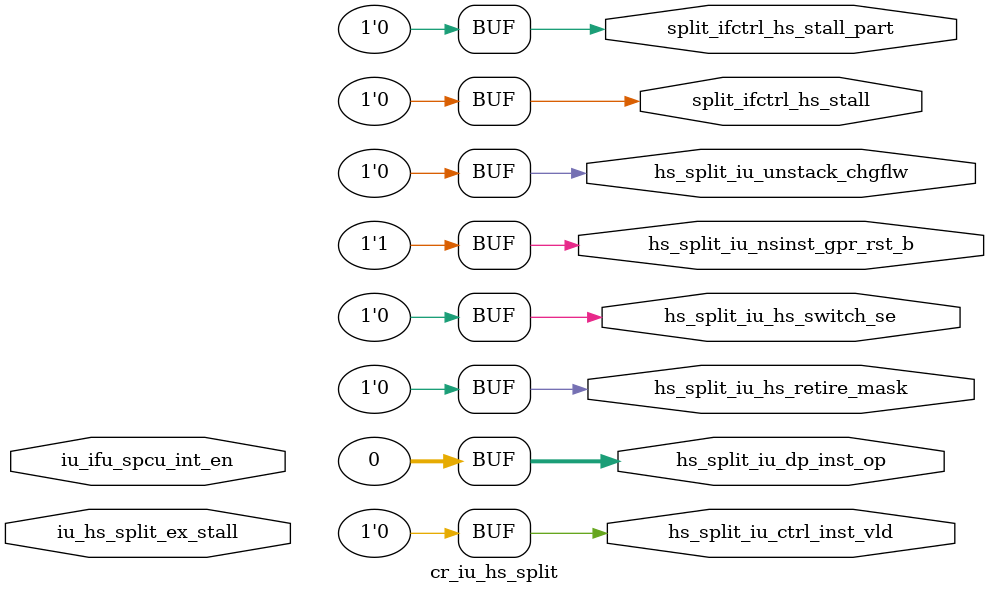
<source format=v>
/*Copyright 2018-2021 T-Head Semiconductor Co., Ltd.

Licensed under the Apache License, Version 2.0 (the "License");
you may not use this file except in compliance with the License.
You may obtain a copy of the License at

    http://www.apache.org/licenses/LICENSE-2.0

Unless required by applicable law or agreed to in writing, software
distributed under the License is distributed on an "AS IS" BASIS,
WITHOUT WARRANTIES OR CONDITIONS OF ANY KIND, either express or implied.
See the License for the specific language governing permissions and
limitations under the License.
*/

// &ModuleBeg; @22
module cr_iu_hs_split(
  hs_split_iu_ctrl_inst_vld,
  hs_split_iu_dp_inst_op,
  hs_split_iu_hs_retire_mask,
  hs_split_iu_hs_switch_se,
  hs_split_iu_nsinst_gpr_rst_b,
  hs_split_iu_unstack_chgflw,
  iu_hs_split_ex_stall,
  iu_ifu_spcu_int_en,
  split_ifctrl_hs_stall,
  split_ifctrl_hs_stall_part
);

// &Ports; @23
input           iu_hs_split_ex_stall;        
input           iu_ifu_spcu_int_en;          
output          hs_split_iu_ctrl_inst_vld;   
output  [31:0]  hs_split_iu_dp_inst_op;      
output          hs_split_iu_hs_retire_mask;  
output          hs_split_iu_hs_switch_se;    
output          hs_split_iu_nsinst_gpr_rst_b; 
output          hs_split_iu_unstack_chgflw;  
output          split_ifctrl_hs_stall;       
output          split_ifctrl_hs_stall_part;  

// &Regs; @24

// &Wires; @25
wire            hs_split_iu_ctrl_inst_vld;   
wire    [31:0]  hs_split_iu_dp_inst_op;      
wire            hs_split_iu_hs_retire_mask;  
wire            hs_split_iu_hs_switch_se;    
wire            hs_split_iu_nsinst_gpr_rst_b; 
wire            hs_split_iu_unstack_chgflw;  
wire            split_ifctrl_hs_stall;       
wire            split_ifctrl_hs_stall_part;  


//==============================================================================
//                      input value when no configuration
//==============================================================================
// &Force("output","split_ifctrl_hs_stall"); @30
// &Force("input","iu_ifu_spcu_int_en"); @31
// &Instance("gated_clk_cell", "x_split_cnt_upd_clkhdr"); @36
// &Connect(.clk_in(forever_cpuclk), @37
//          .external_en(1'b0), @38
//          .global_en(cp0_yy_clk_en), @39
//          .module_en(1'b0), @40
//          .local_en(split_cnt_upd_en), @41
//          .clk_out(split_cnt_upd_clk) @42
//         ); @43
// &Instance("gated_clk_cell", "x_sm_upd_clkhdr"); @46
// &Connect(.clk_in(forever_cpuclk), @47
//          .external_en(1'b0), @48
//          .global_en(cp0_yy_clk_en), @49
//          .module_en(1'b0), @50
//          .local_en(sm_upd_en), @51
//          .clk_out(sm_upd_clk) @52
//         ); @53
// &CombBeg; @156
// &CombEnd; @263
// &CombBeg; @363
// &CombEnd; @371
assign hs_split_iu_nsinst_gpr_rst_b = 1'b1; 
assign hs_split_iu_hs_retire_mask   = 1'b0; 
assign hs_split_iu_unstack_chgflw   = 1'b0;
assign hs_split_iu_hs_switch_se     = 1'b0;
assign split_ifctrl_hs_stall_part   = 1'b0;
assign split_ifctrl_hs_stall        = 1'b0;
assign hs_split_iu_ctrl_inst_vld    = 1'b0;
//assign hs_split_iu_ex_cr_oper       = 1'b0;
//assign hs_split_iu_hs_retire_mask   = 1'b0;
assign hs_split_iu_dp_inst_op[31:0] = 32'b0;
// &Force("input","iu_hs_split_ex_stall"); @417
// 1. check fail, stall ibuf
// 2. speculation fail, stall ibuf
//assign split_ifctrl_int_acc_stall = int_spcu_check_fail 
//                                 || iu_ifu_spcu_error_without_misalign 
//                                    && int_spcu_sm_not_idle; 

//==========================================================
//               Interface to IF Data Path
//==========================================================
//the data path signal
// &ModuleEnd; @429
endmodule



</source>
